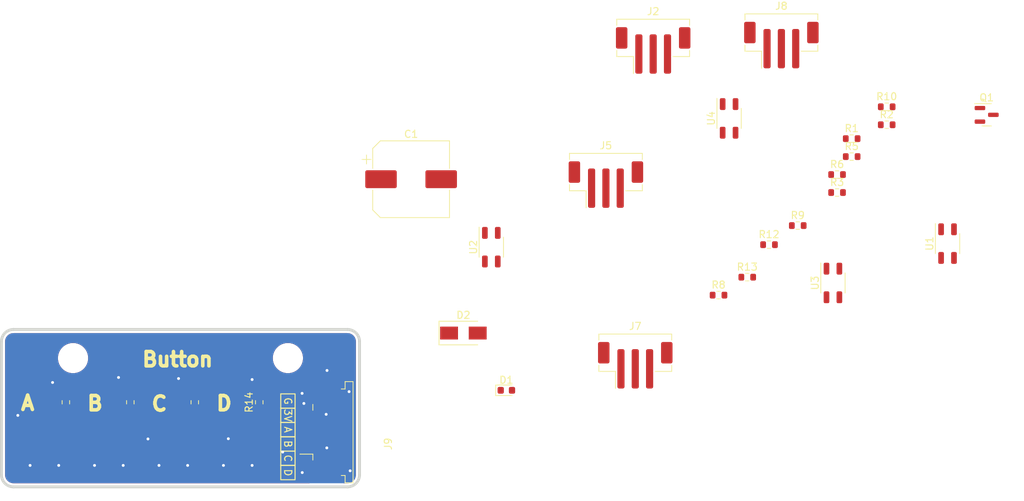
<source format=kicad_pcb>
(kicad_pcb (version 20211014) (generator pcbnew)
  (layers (0 "F.Cu" signal) (31 "B.Cu" signal) (34 "B.Paste" user) (35 "F.Paste" user) (36 "B.SilkS" user "B.Silkscreen") (37 "F.SilkS" user "F.Silkscreen") (38 "B.Mask" user) (39 "F.Mask" user) (44 "Edge.Cuts" user))
  (net 0 "")
  (net 3 "GND")
  (net 4 "Net-(D1-Pad2)")
  (net 5 "+VDC")
  (net 6 "Net-(D2-Pad2)")
  (net 7 "/PROBE")
  (net 8 "+3V3")
  (net 9 "/FAN")
  (net 10 "Net-(R3-Pad2)")
  (net 11 "Net-(R5-Pad2)")
  (net 12 "Net-(R6-Pad2)")
  (net 13 "Net-(R8-Pad2)")
  (net 14 "Net-(R9-Pad2)")
  (net 15 "Net-(R10-Pad2)")
  (net 16 "Net-(R12-Pad2)")
  (net 17 "Net-(R13-Pad2)")
  (net 18 "/Button A")
  (net 19 "/Button B")
  (net 20 "/Button C")
  (net 21 "/Button D")
  (footprint "OptoDevice:OnSemi_CASE100CY" (layer "F.Cu") (at 208.4 59.5)
    (fp_text reference "U2" (at -2.5 0 90) (layer "F.SilkS"))
    (fp_text value "QRE1113GR")
    (fp_line (start -1.7 1.4) (end -1.7 -2.8) (layer "F.SilkS") (width 0.12))
    (fp_line (start 1.7 1.4) (end 1.7 -1.4) (layer "F.SilkS") (width 0.12))
    (pad "1" smd roundrect locked (at -0.9 -2) (size 0.79 1.66) (layers "F.Cu" "F.Paste" "F.Mask") (net 12 "Net-(R6-Pad2)"))
    (pad "2" smd roundrect locked (at -0.9 2) (size 0.79 1.66) (layers "F.Cu" "F.Paste" "F.Mask") (net 3 "GND"))
    (pad "3" smd roundrect locked (at 0.9 2) (size 0.79 1.66) (layers "F.Cu" "F.Paste" "F.Mask") (net 13 "Net-(R8-Pad2)"))
    (pad "4" smd roundrect locked (at 0.9 -2) (size 0.79 1.66) (layers "F.Cu" "F.Paste" "F.Mask") (net 3 "GND"))
  )
  (footprint "Resistor_SMD:R_0603_1608Metric" (layer "F.Cu") (at 251.185 56.48)
    (fp_text reference "R9" (at 0 -1.43) (layer "F.SilkS"))
    (fp_text value "R100")
    (fp_line (start -0.237258 -0.5225) (end 0.237258 -0.5225) (layer "F.SilkS") (width 0.12))
    (fp_line (start -0.237258 0.5225) (end 0.237258 0.5225) (layer "F.SilkS") (width 0.12))
    (pad "1" smd roundrect locked (at -0.825 0) (size 0.8 0.95) (layers "F.Cu" "F.Paste" "F.Mask") (net 8 "+3V3"))
    (pad "2" smd roundrect locked (at 0.825 0) (size 0.8 0.95) (layers "F.Cu" "F.Paste" "F.Mask") (net 14 "Net-(R9-Pad2)"))
  )
  (footprint "Capacitor_SMD:CP_Elec_10x12.5" (layer "F.Cu") (at 197.2 50)
    (fp_text reference "C1" (at 0 -6.3) (layer "F.SilkS"))
    (fp_text value "220uF")
    (fp_line (start -6.225 -3.385) (end -6.225 -2.135) (layer "F.SilkS") (width 0.12))
    (fp_line (start -5.36 -4.295563) (end -5.36 -1.51) (layer "F.SilkS") (width 0.12))
    (fp_line (start -4.295563 5.36) (end 5.36 5.36) (layer "F.SilkS") (width 0.12))
    (fp_line (start 5.36 -5.36) (end 5.36 -1.51) (layer "F.SilkS") (width 0.12))
    (fp_line (start -5.36 -4.295563) (end -4.295563 -5.36) (layer "F.SilkS") (width 0.12))
    (fp_line (start -5.36 4.295563) (end -5.36 1.51) (layer "F.SilkS") (width 0.12))
    (fp_line (start -4.295563 -5.36) (end 5.36 -5.36) (layer "F.SilkS") (width 0.12))
    (fp_line (start -6.85 -2.76) (end -5.6 -2.76) (layer "F.SilkS") (width 0.12))
    (fp_line (start -5.36 4.295563) (end -4.295563 5.36) (layer "F.SilkS") (width 0.12))
    (fp_line (start 5.36 5.36) (end 5.36 1.51) (layer "F.SilkS") (width 0.12))
    (pad "1" smd roundrect locked (at -4.2 0) (size 4.4 2.5) (layers "F.Cu" "F.Paste" "F.Mask") (roundrect_rratio 0.1))
    (pad "2" smd roundrect locked (at 4.2 0) (size 4.4 2.5) (layers "F.Cu" "F.Paste" "F.Mask") (roundrect_rratio 0.1))
  )
  (footprint "Connector_JST:JST_PH_B3B-PH-SM4-TB_1x03-1MP_P2.00mm_Vertical" (layer "F.Cu") (at 248.9 31.25)
    (fp_text reference "J8" (at 0 -5.45) (layer "F.SilkS"))
    (fp_text value "Conn_01x03")
    (fp_line (start -5.085 -4.36) (end 5.085 -4.36) (layer "F.SilkS") (width 0.12))
    (fp_line (start 5.085 0.86) (end 2.76 0.86) (layer "F.SilkS") (width 0.12))
    (fp_line (start -5.085 0.01) (end -5.085 0.86) (layer "F.SilkS") (width 0.12))
    (fp_line (start -5.085 0.86) (end -2.76 0.86) (layer "F.SilkS") (width 0.12))
    (fp_line (start 5.085 -4.36) (end 5.085 -3.51) (layer "F.SilkS") (width 0.12))
    (fp_line (start -2.76 0.86) (end -2.76 3.25) (layer "F.SilkS") (width 0.12))
    (fp_line (start 5.085 0.01) (end 5.085 0.86) (layer "F.SilkS") (width 0.12))
    (fp_line (start -5.085 -3.51) (end -5.085 -4.36) (layer "F.SilkS") (width 0.12))
    (pad "1" smd roundrect locked (at -2 0.5) (size 1 5.5) (layers "F.Cu" "F.Paste" "F.Mask") (net 7 "/PROBE"))
    (pad "2" smd roundrect locked (at 0 0.5) (size 1 5.5) (layers "F.Cu" "F.Paste" "F.Mask") (net 8 "+3V3"))
    (pad "3" smd roundrect locked (at 2 0.5) (size 1 5.5) (layers "F.Cu" "F.Paste" "F.Mask") (net 3 "GND"))
    (pad "MP" smd roundrect locked (at 4.4 -1.75) (size 1.6 3) (layers "F.Cu" "F.Paste" "F.Mask") (roundrect_rratio 0.15625) (net 3 "GND"))
    (pad "MP" smd roundrect locked (at -4.4 -1.75) (size 1.6 3) (layers "F.Cu" "F.Paste" "F.Mask") (roundrect_rratio 0.15625) (net 3 "GND"))
  )
  (footprint "Connector_JST:JST_PH_B3B-PH-SM4-TB_1x03-1MP_P2.00mm_Vertical" (layer "F.Cu") (at 224.4 50.75)
    (fp_text reference "J5" (at 0 -5.45) (layer "F.SilkS"))
    (fp_text value "Conn_01x03")
    (fp_line (start 5.085 -4.36) (end 5.085 -3.51) (layer "F.SilkS") (width 0.12))
    (fp_line (start -5.085 0.86) (end -2.76 0.86) (layer "F.SilkS") (width 0.12))
    (fp_line (start -5.085 -3.51) (end -5.085 -4.36) (layer "F.SilkS") (width 0.12))
    (fp_line (start 5.085 0.01) (end 5.085 0.86) (layer "F.SilkS") (width 0.12))
    (fp_line (start -5.085 0.01) (end -5.085 0.86) (layer "F.SilkS") (width 0.12))
    (fp_line (start -2.76 0.86) (end -2.76 3.25) (layer "F.SilkS") (width 0.12))
    (fp_line (start 5.085 0.86) (end 2.76 0.86) (layer "F.SilkS") (width 0.12))
    (fp_line (start -5.085 -4.36) (end 5.085 -4.36) (layer "F.SilkS") (width 0.12))
    (pad "1" smd roundrect locked (at -2 0.5) (size 1 5.5) (layers "F.Cu" "F.Paste" "F.Mask") (net 7 "/PROBE"))
    (pad "2" smd roundrect locked (at 0 0.5) (size 1 5.5) (layers "F.Cu" "F.Paste" "F.Mask") (net 8 "+3V3"))
    (pad "3" smd roundrect locked (at 2 0.5) (size 1 5.5) (layers "F.Cu" "F.Paste" "F.Mask") (net 3 "GND"))
    (pad "MP" smd roundrect locked (at 4.4 -1.75) (size 1.6 3) (layers "F.Cu" "F.Paste" "F.Mask") (roundrect_rratio 0.15625) (net 3 "GND"))
    (pad "MP" smd roundrect locked (at -4.4 -1.75) (size 1.6 3) (layers "F.Cu" "F.Paste" "F.Mask") (roundrect_rratio 0.15625) (net 3 "GND"))
  )
  (footprint "MountingHole:MountingHole_3.2mm_M3_ISO14580" (layer "F.Cu") (at 150 75)
    (fp_text reference "H2")
    (fp_text value "MountingHole")
    (pad "" np_thru_hole circle (at 0 0) (size 3.2 3.2) (drill 3.2) (layers *.Cu *.Mask))
  )
  (footprint "Resistor_SMD:R_0603_1608Metric" (layer "F.Cu") (at 149 81.175 90)
    (fp_text reference "R4" hide)
    (fp_text value "10k")
    (fp_line (start -0.237258 -0.5225) (end 0.237258 -0.5225) (layer "F.SilkS") (width 0.12))
    (fp_line (start -0.237258 0.5225) (end 0.237258 0.5225) (layer "F.SilkS") (width 0.12))
    (pad "1" smd roundrect locked (at -0.825 0 90) (size 0.8 0.95) (layers "F.Cu" "F.Paste" "F.Mask") (net 18 "/Button A"))
    (pad "2" smd roundrect locked (at 0.825 0 90) (size 0.8 0.95) (layers "F.Cu" "F.Paste" "F.Mask") (net 8 "+3V3"))
  )
  (footprint "OptoDevice:OnSemi_CASE100CY" (layer "F.Cu") (at 256.1 64.5)
    (fp_text reference "U3" (at -2.5 0 90) (layer "F.SilkS"))
    (fp_text value "QRE1113GR")
    (fp_line (start 1.7 1.4) (end 1.7 -1.4) (layer "F.SilkS") (width 0.12))
    (fp_line (start -1.7 1.4) (end -1.7 -2.8) (layer "F.SilkS") (width 0.12))
    (pad "1" smd roundrect locked (at -0.9 -2) (size 0.79 1.66) (layers "F.Cu" "F.Paste" "F.Mask") (net 14 "Net-(R9-Pad2)"))
    (pad "2" smd roundrect locked (at -0.9 2) (size 0.79 1.66) (layers "F.Cu" "F.Paste" "F.Mask") (net 3 "GND"))
    (pad "3" smd roundrect locked (at 0.9 2) (size 0.79 1.66) (layers "F.Cu" "F.Paste" "F.Mask") (net 15 "Net-(R10-Pad2)"))
    (pad "4" smd roundrect locked (at 0.9 -2) (size 0.79 1.66) (layers "F.Cu" "F.Paste" "F.Mask") (net 3 "GND"))
  )
  (footprint "Diode_SMD:D_SMA" (layer "F.Cu") (at 204.5 71.5)
    (fp_text reference "D2" (at 0 -2.5) (layer "F.SilkS"))
    (fp_text value "SX35_SCHOTTKY")
    (fp_line (start -3.4 1.65) (end 2 1.65) (layer "F.SilkS") (width 0.12))
    (fp_line (start -3.4 -1.65) (end 2 -1.65) (layer "F.SilkS") (width 0.12))
    (fp_line (start -3.4 -1.65) (end -3.4 1.65) (layer "F.SilkS") (width 0.12))
    (pad "1" smd rect locked (at -2 0) (size 2.5 1.8) (layers "F.Cu" "F.Paste" "F.Mask") (net 5 "+VDC"))
    (pad "2" smd rect locked (at 2 0) (size 2.5 1.8) (layers "F.Cu" "F.Paste" "F.Mask") (net 6 "Net-(D2-Pad2)"))
  )
  (footprint "Connector_JST:JST_PH_B3B-PH-SM4-TB_1x03-1MP_P2.00mm_Vertical" (layer "F.Cu") (at 228.5 76)
    (fp_text reference "J7" (at 0 -5.45) (layer "F.SilkS"))
    (fp_text value "Conn_01x03")
    (fp_line (start 5.085 0.01) (end 5.085 0.86) (layer "F.SilkS") (width 0.12))
    (fp_line (start 5.085 0.86) (end 2.76 0.86) (layer "F.SilkS") (width 0.12))
    (fp_line (start -5.085 -3.51) (end -5.085 -4.36) (layer "F.SilkS") (width 0.12))
    (fp_line (start -2.76 0.86) (end -2.76 3.25) (layer "F.SilkS") (width 0.12))
    (fp_line (start -5.085 -4.36) (end 5.085 -4.36) (layer "F.SilkS") (width 0.12))
    (fp_line (start -5.085 0.01) (end -5.085 0.86) (layer "F.SilkS") (width 0.12))
    (fp_line (start 5.085 -4.36) (end 5.085 -3.51) (layer "F.SilkS") (width 0.12))
    (fp_line (start -5.085 0.86) (end -2.76 0.86) (layer "F.SilkS") (width 0.12))
    (pad "1" smd roundrect locked (at -2 0.5) (size 1 5.5) (layers "F.Cu" "F.Paste" "F.Mask") (net 7 "/PROBE"))
    (pad "2" smd roundrect locked (at 0 0.5) (size 1 5.5) (layers "F.Cu" "F.Paste" "F.Mask") (net 8 "+3V3"))
    (pad "3" smd roundrect locked (at 2 0.5) (size 1 5.5) (layers "F.Cu" "F.Paste" "F.Mask") (net 3 "GND"))
    (pad "MP" smd roundrect locked (at 4.4 -1.75) (size 1.6 3) (layers "F.Cu" "F.Paste" "F.Mask") (roundrect_rratio 0.15625) (net 3 "GND"))
    (pad "MP" smd roundrect locked (at -4.4 -1.75) (size 1.6 3) (layers "F.Cu" "F.Paste" "F.Mask") (roundrect_rratio 0.15625) (net 3 "GND"))
  )
  (footprint "Package_TO_SOT_SMD:SOT-23" (layer "F.Cu") (at 277.5625 41)
    (fp_text reference "Q1" (at 0 -2.4) (layer "F.SilkS"))
    (fp_text value "LOW PWR FET")
    (fp_line (start 0 -1.56) (end 0.65 -1.56) (layer "F.SilkS") (width 0.12))
    (fp_line (start 0 1.56) (end -0.65 1.56) (layer "F.SilkS") (width 0.12))
    (fp_line (start 0 1.56) (end 0.65 1.56) (layer "F.SilkS") (width 0.12))
    (fp_line (start 0 -1.56) (end -1.675 -1.56) (layer "F.SilkS") (width 0.12))
    (pad "1" smd roundrect locked (at -0.9375 -0.95) (size 1.475 0.6) (layers "F.Cu" "F.Paste" "F.Mask") (net 9 "/FAN"))
    (pad "2" smd roundrect locked (at -0.9375 0.95) (size 1.475 0.6) (layers "F.Cu" "F.Paste" "F.Mask") (net 3 "GND"))
    (pad "3" smd roundrect locked (at 0.9375 0) (size 1.475 0.6) (layers "F.Cu" "F.Paste" "F.Mask") (net 6 "Net-(D2-Pad2)"))
  )
  (footprint "Connector_JST:JST_PH_B3B-PH-SM4-TB_1x03-1MP_P2.00mm_Vertical" (layer "F.Cu") (at 231 32)
    (fp_text reference "J2" (at 0 -5.45) (layer "F.SilkS"))
    (fp_text value "Conn_01x03")
    (fp_line (start 5.085 0.86) (end 2.76 0.86) (layer "F.SilkS") (width 0.12))
    (fp_line (start -5.085 0.01) (end -5.085 0.86) (layer "F.SilkS") (width 0.12))
    (fp_line (start 5.085 -4.36) (end 5.085 -3.51) (layer "F.SilkS") (width 0.12))
    (fp_line (start -2.76 0.86) (end -2.76 3.25) (layer "F.SilkS") (width 0.12))
    (fp_line (start -5.085 0.86) (end -2.76 0.86) (layer "F.SilkS") (width 0.12))
    (fp_line (start -5.085 -4.36) (end 5.085 -4.36) (layer "F.SilkS") (width 0.12))
    (fp_line (start 5.085 0.01) (end 5.085 0.86) (layer "F.SilkS") (width 0.12))
    (fp_line (start -5.085 -3.51) (end -5.085 -4.36) (layer "F.SilkS") (width 0.12))
    (pad "1" smd roundrect locked (at -2 0.5) (size 1 5.5) (layers "F.Cu" "F.Paste" "F.Mask") (net 7 "/PROBE"))
    (pad "2" smd roundrect locked (at 0 0.5) (size 1 5.5) (layers "F.Cu" "F.Paste" "F.Mask") (net 8 "+3V3"))
    (pad "3" smd roundrect locked (at 2 0.5) (size 1 5.5) (layers "F.Cu" "F.Paste" "F.Mask") (net 3 "GND"))
    (pad "MP" smd roundrect locked (at -4.4 -1.75) (size 1.6 3) (layers "F.Cu" "F.Paste" "F.Mask") (roundrect_rratio 0.15625) (net 3 "GND"))
    (pad "MP" smd roundrect locked (at 4.4 -1.75) (size 1.6 3) (layers "F.Cu" "F.Paste" "F.Mask") (roundrect_rratio 0.15625) (net 3 "GND"))
  )
  (footprint "Resistor_SMD:R_0603_1608Metric" (layer "F.Cu") (at 256.675 51.86)
    (fp_text reference "R3" (at 0 -1.43) (layer "F.SilkS"))
    (fp_text value "R100")
    (fp_line (start -0.237258 -0.5225) (end 0.237258 -0.5225) (layer "F.SilkS") (width 0.12))
    (fp_line (start -0.237258 0.5225) (end 0.237258 0.5225) (layer "F.SilkS") (width 0.12))
    (pad "1" smd roundrect locked (at -0.825 0) (size 0.8 0.95) (layers "F.Cu" "F.Paste" "F.Mask") (net 8 "+3V3"))
    (pad "2" smd roundrect locked (at 0.825 0) (size 0.8 0.95) (layers "F.Cu" "F.Paste" "F.Mask") (net 10 "Net-(R3-Pad2)"))
  )
  (footprint "Resistor_SMD:R_0603_1608Metric" (layer "F.Cu") (at 263.605 42.39)
    (fp_text reference "R2" (at 0 -1.43) (layer "F.SilkS"))
    (fp_text value "10k")
    (fp_line (start -0.237258 0.5225) (end 0.237258 0.5225) (layer "F.SilkS") (width 0.12))
    (fp_line (start -0.237258 -0.5225) (end 0.237258 -0.5225) (layer "F.SilkS") (width 0.12))
    (pad "1" smd roundrect locked (at -0.825 0) (size 0.8 0.95) (layers "F.Cu" "F.Paste" "F.Mask") (net 3 "GND"))
    (pad "2" smd roundrect locked (at 0.825 0) (size 0.8 0.95) (layers "F.Cu" "F.Paste" "F.Mask") (net 9 "/FAN"))
  )
  (footprint "Resistor_SMD:R_0603_1608Metric" (layer "F.Cu") (at 167 81.175 90)
    (fp_text reference "R11" hide)
    (fp_text value "10k")
    (fp_line (start -0.237258 0.5225) (end 0.237258 0.5225) (layer "F.SilkS") (width 0.12))
    (fp_line (start -0.237258 -0.5225) (end 0.237258 -0.5225) (layer "F.SilkS") (width 0.12))
    (pad "1" smd roundrect locked (at -0.825 0 90) (size 0.8 0.95) (layers "F.Cu" "F.Paste" "F.Mask") (net 20 "/Button C"))
    (pad "2" smd roundrect locked (at 0.825 0 90) (size 0.8 0.95) (layers "F.Cu" "F.Paste" "F.Mask") (net 8 "+3V3"))
  )
  (footprint "Resistor_SMD:R_0603_1608Metric" (layer "F.Cu") (at 256.675 49.35)
    (fp_text reference "R6" (at 0 -1.43) (layer "F.SilkS"))
    (fp_text value "R100")
    (fp_line (start -0.237258 -0.5225) (end 0.237258 -0.5225) (layer "F.SilkS") (width 0.12))
    (fp_line (start -0.237258 0.5225) (end 0.237258 0.5225) (layer "F.SilkS") (width 0.12))
    (pad "1" smd roundrect locked (at -0.825 0) (size 0.8 0.95) (layers "F.Cu" "F.Paste" "F.Mask") (net 8 "+3V3"))
    (pad "2" smd roundrect locked (at 0.825 0) (size 0.8 0.95) (layers "F.Cu" "F.Paste" "F.Mask") (net 12 "Net-(R6-Pad2)"))
  )
  (footprint "Resistor_SMD:R_0603_1608Metric" (layer "F.Cu") (at 258.715 44.33)
    (fp_text reference "R1" (at 0 -1.43) (layer "F.SilkS"))
    (fp_text value "10k")
    (fp_line (start -0.237258 -0.5225) (end 0.237258 -0.5225) (layer "F.SilkS") (width 0.12))
    (fp_line (start -0.237258 0.5225) (end 0.237258 0.5225) (layer "F.SilkS") (width 0.12))
    (pad "1" smd roundrect locked (at -0.825 0) (size 0.8 0.95) (layers "F.Cu" "F.Paste" "F.Mask") (net 4 "Net-(D1-Pad2)"))
    (pad "2" smd roundrect locked (at 0.825 0) (size 0.8 0.95) (layers "F.Cu" "F.Paste" "F.Mask") (net 9 "/FAN"))
  )
  (footprint "Resistor_SMD:R_0603_1608Metric" (layer "F.Cu") (at 176 81.175 90)
    (fp_text reference "R14" (at 0 -1.43 90) (layer "F.SilkS"))
    (fp_text value "10k")
    (fp_line (start -0.237258 -0.5225) (end 0.237258 -0.5225) (layer "F.SilkS") (width 0.12))
    (fp_line (start -0.237258 0.5225) (end 0.237258 0.5225) (layer "F.SilkS") (width 0.12))
    (pad "1" smd roundrect locked (at -0.825 0 90) (size 0.8 0.95) (layers "F.Cu" "F.Paste" "F.Mask") (net 21 "/Button D"))
    (pad "2" smd roundrect locked (at 0.825 0 90) (size 0.8 0.95) (layers "F.Cu" "F.Paste" "F.Mask") (net 8 "+3V3"))
  )
  (footprint "Button_Switch_SMD:SWITCH_2x3_SMD_TACTILE_GREEN" (layer "F.Cu") (at 173 86.15 -90)
    (fp_text reference "SW4")
    (fp_text value "SW_Push")
    (pad "1" smd rect (at -3.85 0 270) (size 1.5 1.2) (layers "F.Cu" "F.Paste" "F.Mask") (net 21 "/Button D"))
    (pad "2" smd rect (at 3.85 0 270) (size 1.5 1.2) (layers "F.Cu" "F.Paste" "F.Mask") (net 3 "GND"))
  )
  (footprint "OptoDevice:OnSemi_CASE100CY" (layer "F.Cu") (at 241.6 41.5)
    (fp_text reference "U4" (at -2.5 0 90) (layer "F.SilkS"))
    (fp_text value "QRE1113GR")
    (fp_line (start -1.7 1.4) (end -1.7 -2.8) (layer "F.SilkS") (width 0.12))
    (fp_line (start 1.7 1.4) (end 1.7 -1.4) (layer "F.SilkS") (width 0.12))
    (pad "1" smd roundrect locked (at -0.9 -2) (size 0.79 1.66) (layers "F.Cu" "F.Paste" "F.Mask") (net 16 "Net-(R12-Pad2)"))
    (pad "2" smd roundrect locked (at -0.9 2) (size 0.79 1.66) (layers "F.Cu" "F.Paste" "F.Mask") (net 3 "GND"))
    (pad "3" smd roundrect locked (at 0.9 2) (size 0.79 1.66) (layers "F.Cu" "F.Paste" "F.Mask") (net 17 "Net-(R13-Pad2)"))
    (pad "4" smd roundrect locked (at 0.9 -2) (size 0.79 1.66) (layers "F.Cu" "F.Paste" "F.Mask") (net 3 "GND"))
  )
  (footprint "Button_Switch_SMD:SWITCH_2x3_SMD_TACTILE_GREEN" (layer "F.Cu") (at 164 86 -90)
    (fp_text reference "SW3")
    (fp_text value "SW_Push")
    (pad "1" smd rect (at -3.85 0 270) (size 1.5 1.2) (layers "F.Cu" "F.Paste" "F.Mask") (net 20 "/Button C"))
    (pad "2" smd rect (at 3.85 0 270) (size 1.5 1.2) (layers "F.Cu" "F.Paste" "F.Mask") (net 3 "GND"))
  )
  (footprint "MountingHole:MountingHole_3.2mm_M3_ISO14580" (layer "F.Cu") (at 180 75)
    (fp_text reference "H1")
    (fp_text value "MountingHole")
    (pad "" np_thru_hole circle (at 0 0) (size 3.2 3.2) (drill 3.2) (layers *.Cu *.Mask))
  )
  (footprint "Connector_FFC-FPC:TE_84952-6_1x06-1MP_P1.0mm_Horizontal" (layer "F.Cu") (at 184.39 85.36 90)
    (fp_text reference "J9" (at -1.64 9.61 90) (layer "F.SilkS"))
    (fp_text value "Conn_01x06_MountingPin")
    (fp_line (start -7.07 4.71) (end -7.07 3.6) (layer "F.SilkS") (width 0.12))
    (fp_line (start -3.065 -0.91) (end -3.065 -2.71) (layer "F.SilkS") (width 0.12))
    (fp_line (start -6.045 3.6) (end -6.045 3.06) (layer "F.SilkS") (width 0.12))
    (fp_line (start -7.07 3.6) (end -6.045 3.6) (layer "F.SilkS") (width 0.12))
    (fp_line (start 6.045 3.06) (end 6.045 3.6) (layer "F.SilkS") (width 0.12))
    (fp_line (start 3.065 -0.91) (end 3.89 -0.91) (layer "F.SilkS") (width 0.12))
    (fp_line (start 6.045 3.6) (end 7.07 3.6) (layer "F.SilkS") (width 0.12))
    (fp_line (start -3.89 -0.91) (end -3.065 -0.91) (layer "F.SilkS") (width 0.12))
    (fp_line (start 7.07 3.6) (end 7.07 4.71) (layer "F.SilkS") (width 0.12))
    (fp_line (start 7.07 4.71) (end -7.07 4.71) (layer "F.SilkS") (width 0.12))
    (pad "1" smd rect locked (at -2.5 -1.8 90) (size 0.61 2) (layers "F.Cu" "F.Paste" "F.Mask") (net 18 "/Button A"))
    (pad "2" smd rect locked (at -1.5 -1.8 90) (size 0.61 2) (layers "F.Cu" "F.Paste" "F.Mask") (net 19 "/Button B"))
    (pad "3" smd rect locked (at -0.5 -1.8 90) (size 0.61 2) (layers "F.Cu" "F.Paste" "F.Mask") (net 20 "/Button C"))
    (pad "4" smd rect locked (at 0.5 -1.8 90) (size 0.61 2) (layers "F.Cu" "F.Paste" "F.Mask") (net 21 "/Button D"))
    (pad "5" smd rect locked (at 1.5 -1.8 90) (size 0.61 2) (layers "F.Cu" "F.Paste" "F.Mask") (net 8 "+3V3"))
    (pad "6" smd rect locked (at 2.5 -1.8 90) (size 0.61 2) (layers "F.Cu" "F.Paste" "F.Mask") (net 3 "GND"))
    (pad "MP" smd rect locked (at -5.49 1 90) (size 2.68 3.6) (layers "F.Cu" "F.Paste" "F.Mask") (net 3 "GND"))
    (pad "MP" smd rect locked (at 5.49 1 90) (size 2.68 3.6) (layers "F.Cu" "F.Paste" "F.Mask") (net 3 "GND"))
  )
  (footprint "Resistor_SMD:R_0603_1608Metric" (layer "F.Cu") (at 240.125 66.2)
    (fp_text reference "R8" (at 0 -1.43) (layer "F.SilkS"))
    (fp_text value "10K")
    (fp_line (start -0.237258 0.5225) (end 0.237258 0.5225) (layer "F.SilkS") (width 0.12))
    (fp_line (start -0.237258 -0.5225) (end 0.237258 -0.5225) (layer "F.SilkS") (width 0.12))
    (pad "1" smd roundrect locked (at -0.825 0) (size 0.8 0.95) (layers "F.Cu" "F.Paste" "F.Mask") (net 8 "+3V3"))
    (pad "2" smd roundrect locked (at 0.825 0) (size 0.8 0.95) (layers "F.Cu" "F.Paste" "F.Mask") (net 13 "Net-(R8-Pad2)"))
  )
  (footprint "Resistor_SMD:R_0603_1608Metric" (layer "F.Cu") (at 258.715 46.84)
    (fp_text reference "R5" (at 0 -1.43) (layer "F.SilkS"))
    (fp_text value "10K")
    (fp_line (start -0.237258 -0.5225) (end 0.237258 -0.5225) (layer "F.SilkS") (width 0.12))
    (fp_line (start -0.237258 0.5225) (end 0.237258 0.5225) (layer "F.SilkS") (width 0.12))
    (pad "1" smd roundrect locked (at -0.825 0) (size 0.8 0.95) (layers "F.Cu" "F.Paste" "F.Mask") (net 8 "+3V3"))
    (pad "2" smd roundrect locked (at 0.825 0) (size 0.8 0.95) (layers "F.Cu" "F.Paste" "F.Mask") (net 11 "Net-(R5-Pad2)"))
  )
  (footprint "Button_Switch_SMD:SWITCH_2x3_SMD_TACTILE_GREEN" (layer "F.Cu") (at 146 86 -90)
    (fp_text reference "SW1")
    (fp_text value "SW_Push")
    (pad "1" smd rect (at -3.85 0 270) (size 1.5 1.2) (layers "F.Cu" "F.Paste" "F.Mask") (net 18 "/Button A"))
    (pad "2" smd rect (at 3.85 0 270) (size 1.5 1.2) (layers "F.Cu" "F.Paste" "F.Mask") (net 3 "GND"))
  )
  (footprint "Button_Switch_SMD:SWITCH_2x3_SMD_TACTILE_GREEN" (layer "F.Cu") (at 155 86 -90)
    (fp_text reference "SW2")
    (fp_text value "SW_Push")
    (pad "1" smd rect (at -3.85 0 270) (size 1.5 1.2) (layers "F.Cu" "F.Paste" "F.Mask") (net 19 "/Button B"))
    (pad "2" smd rect (at 3.85 0 270) (size 1.5 1.2) (layers "F.Cu" "F.Paste" "F.Mask") (net 3 "GND"))
  )
  (footprint "Resistor_SMD:R_0603_1608Metric" (layer "F.Cu") (at 247.175 59.15)
    (fp_text reference "R12" (at 0 -1.43) (layer "F.SilkS"))
    (fp_text value "R100")
    (fp_line (start -0.237258 0.5225) (end 0.237258 0.5225) (layer "F.SilkS") (width 0.12))
    (fp_line (start -0.237258 -0.5225) (end 0.237258 -0.5225) (layer "F.SilkS") (width 0.12))
    (pad "1" smd roundrect locked (at -0.825 0) (size 0.8 0.95) (layers "F.Cu" "F.Paste" "F.Mask") (net 8 "+3V3"))
    (pad "2" smd roundrect locked (at 0.825 0) (size 0.8 0.95) (layers "F.Cu" "F.Paste" "F.Mask") (net 16 "Net-(R12-Pad2)"))
  )
  (footprint "Resistor_SMD:R_0603_1608Metric" (layer "F.Cu") (at 158 81.175 90)
    (fp_text reference "R7" hide)
    (fp_text value "10k")
    (fp_line (start -0.237258 -0.5225) (end 0.237258 -0.5225) (layer "F.SilkS") (width 0.12))
    (fp_line (start -0.237258 0.5225) (end 0.237258 0.5225) (layer "F.SilkS") (width 0.12))
    (pad "1" smd roundrect locked (at -0.825 0 90) (size 0.8 0.95) (layers "F.Cu" "F.Paste" "F.Mask") (net 19 "/Button B"))
    (pad "2" smd roundrect locked (at 0.825 0 90) (size 0.8 0.95) (layers "F.Cu" "F.Paste" "F.Mask") (net 8 "+3V3"))
  )
  (footprint "Resistor_SMD:R_0603_1608Metric" (layer "F.Cu") (at 244.135 63.69)
    (fp_text reference "R13" (at 0 -1.43) (layer "F.SilkS"))
    (fp_text value "10K")
    (fp_line (start -0.237258 -0.5225) (end 0.237258 -0.5225) (layer "F.SilkS") (width 0.12))
    (fp_line (start -0.237258 0.5225) (end 0.237258 0.5225) (layer "F.SilkS") (width 0.12))
    (pad "1" smd roundrect locked (at -0.825 0) (size 0.8 0.95) (layers "F.Cu" "F.Paste" "F.Mask") (net 8 "+3V3"))
    (pad "2" smd roundrect locked (at 0.825 0) (size 0.8 0.95) (layers "F.Cu" "F.Paste" "F.Mask") (net 17 "Net-(R13-Pad2)"))
  )
  (footprint "LED_SMD:LED_0603_1608Metric" (layer "F.Cu") (at 210.5 79.5)
    (fp_text reference "D1" (at 0 -1.43) (layer "F.SilkS"))
    (fp_text value "led_g")
    (fp_line (start 0.8 -0.735) (end -1.485 -0.735) (layer "F.SilkS") (width 0.12))
    (fp_line (start -1.485 0.735) (end 0.8 0.735) (layer "F.SilkS") (width 0.12))
    (fp_line (start -1.485 -0.735) (end -1.485 0.735) (layer "F.SilkS") (width 0.12))
    (pad "1" smd roundrect locked (at -0.7875 0) (size 0.875 0.95) (layers "F.Cu" "F.Paste" "F.Mask") (net 3 "GND"))
    (pad "2" smd roundrect locked (at 0.7875 0) (size 0.875 0.95) (layers "F.Cu" "F.Paste" "F.Mask") (net 4 "Net-(D1-Pad2)"))
  )
  (footprint "Resistor_SMD:R_0603_1608Metric" (layer "F.Cu") (at 263.605 39.88)
    (fp_text reference "R10" (at 0 -1.43) (layer "F.SilkS"))
    (fp_text value "10K")
    (fp_line (start -0.237258 -0.5225) (end 0.237258 -0.5225) (layer "F.SilkS") (width 0.12))
    (fp_line (start -0.237258 0.5225) (end 0.237258 0.5225) (layer "F.SilkS") (width 0.12))
    (pad "1" smd roundrect locked (at -0.825 0) (size 0.8 0.95) (layers "F.Cu" "F.Paste" "F.Mask") (net 8 "+3V3"))
    (pad "2" smd roundrect locked (at 0.825 0) (size 0.8 0.95) (layers "F.Cu" "F.Paste" "F.Mask") (net 15 "Net-(R10-Pad2)"))
  )
  (footprint "OptoDevice:OnSemi_CASE100CY" (layer "F.Cu") (at 272.1 59)
    (fp_text reference "U1" (at -2.5 0 90) (layer "F.SilkS"))
    (fp_text value "QRE1113GR")
    (fp_line (start 1.7 1.4) (end 1.7 -1.4) (layer "F.SilkS") (width 0.12))
    (fp_line (start -1.7 1.4) (end -1.7 -2.8) (layer "F.SilkS") (width 0.12))
    (pad "1" smd roundrect locked (at -0.9 -2) (size 0.79 1.66) (layers "F.Cu" "F.Paste" "F.Mask") (net 10 "Net-(R3-Pad2)"))
    (pad "2" smd roundrect locked (at -0.9 2) (size 0.79 1.66) (layers "F.Cu" "F.Paste" "F.Mask") (net 3 "GND"))
    (pad "3" smd roundrect locked (at 0.9 2) (size 0.79 1.66) (layers "F.Cu" "F.Paste" "F.Mask") (net 11 "Net-(R5-Pad2)"))
    (pad "4" smd roundrect locked (at 0.9 -2) (size 0.79 1.66) (layers "F.Cu" "F.Paste" "F.Mask") (net 3 "GND"))
  )
  (gr_rect (start 179 82) (end 181 84) (layer "F.SilkS") (width 0.15) (fill none))
  (gr_rect (start 179 84) (end 181 86) (layer "F.SilkS") (width 0.15) (fill none))
  (gr_rect (start 179 88) (end 181 90) (layer "F.SilkS") (width 0.15) (fill none))
  (gr_rect (start 179 86) (end 181 88) (layer "F.SilkS") (width 0.15) (fill none))
  (gr_rect (start 179 90) (end 181 92) (layer "F.SilkS") (width 0.15) (fill none))
  (gr_rect (start 179 80) (end 181 82) (layer "F.SilkS") (width 0.15) (fill none))
  (gr_arc (start 140 72.68995) (mid 140.494975 71.494975) (end 141.68995 71) (layer "Edge.Cuts") (width 0.4))
  (gr_line (start 188.31005 71) (end 141.68995 71) (layer "Edge.Cuts") (width 0.4))
  (gr_line (start 188.31005 93) (end 141.68995 93) (layer "Edge.Cuts") (width 0.4))
  (gr_line (start 140 72.68995) (end 140 91.31005) (layer "Edge.Cuts") (width 0.4))
  (gr_arc (start 188.31005 71) (mid 189.505025 71.494975) (end 190 72.68995) (layer "Edge.Cuts") (width 0.4))
  (gr_arc (start 141.68995 93) (mid 140.494975 92.505025) (end 140 91.31005) (layer "Edge.Cuts") (width 0.4))
  (gr_arc (start 190 91.31005) (mid 189.505025 92.505025) (end 188.31005 93) (layer "Edge.Cuts") (width 0.4))
  (gr_line (start 190 72.68995) (end 190 91.31005) (layer "Edge.Cuts") (width 0.4))
  (gr_text "B" (at 153.0604 81.3308) (layer "F.SilkS") (effects (font (size 2 2) (thickness 0.5))))
  (gr_text "A" (at 180 85 270) (layer "F.SilkS") (effects (font (size 1 1))))
  (gr_text "C" (at 162.052 81.3816) (layer "F.SilkS") (effects (font (size 2 2) (thickness 0.5))))
  (gr_text "Button" (at 164.592 75.184) (layer "F.SilkS") (effects (font (size 2 2) (thickness 0.5))))
  (gr_text "G" (at 180 81 270) (layer "F.SilkS") (effects (font (size 1 1))))
  (gr_text "D" (at 171.0944 81.3308) (layer "F.SilkS") (effects (font (size 2 2) (thickness 0.5))))
  (gr_text "C" (at 180 89 270) (layer "F.SilkS") (effects (font (size 1 1))))
  (gr_text "A" (at 143.6624 81.28) (layer "F.SilkS") (effects (font (size 2 2) (thickness 0.5))))
  (gr_text "D" (at 180 91 270) (layer "F.SilkS") (effects (font (size 1 1))))
  (gr_text "3V" (at 180 83 270) (layer "F.SilkS") (effects (font (size 1 1))))
  (gr_text "B" (at 180 87 270) (layer "F.SilkS") (effects (font (size 1 1))))
  (via (at 147.14 78.41) (size 0.8) (drill 0.4) (layers "F.Cu" "B.Cu") (net 3))
  (via (at 179.27 88.13) (size 0.8) (drill 0.4) (layers "F.Cu" "B.Cu") (net 3))
  (via (at 185.34 82.86) (size 0.8) (drill 0.4) (layers "F.Cu" "B.Cu") (net 3))
  (via (at 148 90) (size 0.8) (drill 0.4) (layers "F.Cu" "B.Cu") (net 3))
  (via (at 162 90) (size 0.8) (drill 0.4) (layers "F.Cu" "B.Cu") (net 3))
  (via (at 188.69 90.75) (size 0.8) (drill 0.4) (layers "F.Cu" "B.Cu") (net 3))
  (via (at 160.46 86.3) (size 0.8) (drill 0.4) (layers "F.Cu" "B.Cu") (net 3))
  (via (at 156.35 77.71) (size 0.8) (drill 0.4) (layers "F.Cu" "B.Cu") (net 3))
  (via (at 171.68 86.27) (size 0.8) (drill 0.4) (layers "F.Cu" "B.Cu") (net 3))
  (via (at 164.73 77.86) (size 0.8) (drill 0.4) (layers "F.Cu" "B.Cu") (net 3))
  (via (at 182.23 81.34) (size 0.8) (drill 0.4) (layers "F.Cu" "B.Cu") (net 3))
  (via (at 175 90) (size 0.8) (drill 0.4) (layers "F.Cu" "B.Cu") (net 3))
  (via (at 185.46 76.73) (size 0.8) (drill 0.4) (layers "F.Cu" "B.Cu") (net 3))
  (via (at 182 91) (size 0.8) (drill 0.4) (layers "F.Cu" "B.Cu") (net 3))
  (via (at 175 78) (size 0.8) (drill 0.4) (layers "F.Cu" "B.Cu") (net 3))
  (via (at 181.98 79.93) (size 0.8) (drill 0.4) (layers "F.Cu" "B.Cu") (net 3))
  (via (at 144 90) (size 0.8) (drill 0.4) (layers "F.Cu" "B.Cu") (net 3))
  (via (at 157 90) (size 0.8) (drill 0.4) (layers "F.Cu" "B.Cu") (net 3))
  (via (at 153 90) (size 0.8) (drill 0.4) (layers "F.Cu" "B.Cu") (net 3))
  (via (at 185.43 87.55) (size 0.8) (drill 0.4) (layers "F.Cu" "B.Cu") (net 3))
  (via (at 142.2908 83.0072) (size 0.8) (drill 0.4) (layers "F.Cu" "B.Cu") (net 3))
  (via (at 166 90) (size 0.8) (drill 0.4) (layers "F.Cu" "B.Cu") (net 3))
  (via (at 188.54 79.69) (size 0.8) (drill 0.4) (layers "F.Cu" "B.Cu") (net 3))
  (via (at 171 90) (size 0.8) (drill 0.4) (layers "F.Cu" "B.Cu") (net 3))
  (segment (start 167 80.35) (end 176 80.35) (width 0.25) (layer "F.Cu") (net 8))
  (segment (start 180.72 83.86) (end 182.59 83.86) (width 0.25) (layer "F.Cu") (net 8))
  (segment (start 176 80.35) (end 177.21 80.35) (width 0.25) (layer "F.Cu") (net 8))
  (segment (start 149 80.35) (end 158 80.35) (width 0.25) (layer "F.Cu") (net 8))
  (segment (start 177.21 80.35) (end 180.72 83.86) (width 0.25) (layer "F.Cu") (net 8))
  (segment (start 158 80.35) (end 167 80.35) (width 0.25) (layer "F.Cu") (net 8))
  (segment (start 149 82) (end 149 82.79) (width 0.25) (layer "F.Cu") (net 18))
  (segment (start 150.98 84.77) (end 178.09 84.77) (width 0.25) (layer "F.Cu") (net 18))
  (segment (start 149 82.79) (end 150.98 84.77) (width 0.25) (layer "F.Cu") (net 18))
  (segment (start 181.18 87.86) (end 182.59 87.86) (width 0.25) (layer "F.Cu") (net 18))
  (segment (start 178.09 84.77) (end 181.18 87.86) (width 0.25) (layer "F.Cu") (net 18))
  (segment (start 146 82.15) (end 148.85 82.15) (width 0.25) (layer "F.Cu") (net 18))
  (segment (start 148.85 82.15) (end 149 82) (width 0.25) (layer "F.Cu") (net 18))
  (segment (start 178.276194 84.32049) (end 180.815704 86.86) (width 0.25) (layer "F.Cu") (net 19))
  (segment (start 180.815704 86.86) (end 182.59 86.86) (width 0.25) (layer "F.Cu") (net 19))
  (segment (start 159.550489 84.320489) (end 178.276194 84.32049) (width 0.25) (layer "F.Cu") (net 19))
  (segment (start 155 82.15) (end 157.85 82.15) (width 0.25) (layer "F.Cu") (net 19))
  (segment (start 158 82) (end 158 82.77) (width 0.25) (layer "F.Cu") (net 19))
  (segment (start 158 82.77) (end 159.550489 84.320489) (width 0.25) (layer "F.Cu") (net 19))
  (segment (start 157.85 82.15) (end 158 82) (width 0.25) (layer "F.Cu") (net 19))
  (segment (start 178.462388 83.87098) (end 180.451408 85.86) (width 0.25) (layer "F.Cu") (net 20))
  (segment (start 166.85 82.15) (end 167 82) (width 0.25) (layer "F.Cu") (net 20))
  (segment (start 167 82.97) (end 167.900978 83.870978) (width 0.25) (layer "F.Cu") (net 20))
  (segment (start 167.900978 83.870978) (end 178.462388 83.87098) (width 0.25) (layer "F.Cu") (net 20))
  (segment (start 180.451408 85.86) (end 182.59 85.86) (width 0.25) (layer "F.Cu") (net 20))
  (segment (start 167 82) (end 167 82.97) (width 0.25) (layer "F.Cu") (net 20))
  (segment (start 164 82.15) (end 166.85 82.15) (width 0.25) (layer "F.Cu") (net 20))
  (segment (start 176 82) (end 177.23 82) (width 0.25) (layer "F.Cu") (net 21))
  (segment (start 173 82.3) (end 175.7 82.3) (width 0.25) (layer "F.Cu") (net 21))
  (segment (start 177.23 82) (end 180.09 84.86) (width 0.25) (layer "F.Cu") (net 21))
  (segment (start 175.7 82.3) (end 176 82) (width 0.25) (layer "F.Cu") (net 21))
  (segment (start 180.09 84.86) (end 182.59 84.86) (width 0.25) (layer "F.Cu") (net 21))
  (zone (net 3) (net_name "GND") (layer "F.Cu") (connect_pads (clearance 0.508)) (min_thickness 0.254) (fill yes (thermal_gap 0.508) (thermal_bridge_width 0.508))
    (polygon (pts (xy 190 93) (xy 140 93) (xy 140 71) (xy 190 71)))
  )
  (zone (net 3) (net_name "GND") (layer "B.Cu") (connect_pads (clearance 0.508)) (min_thickness 0.254) (fill yes (thermal_gap 0.508) (thermal_bridge_width 0.508))
    (polygon (pts (xy 190 93) (xy 140 93) (xy 140 71) (xy 190 71)))
  )
)
</source>
